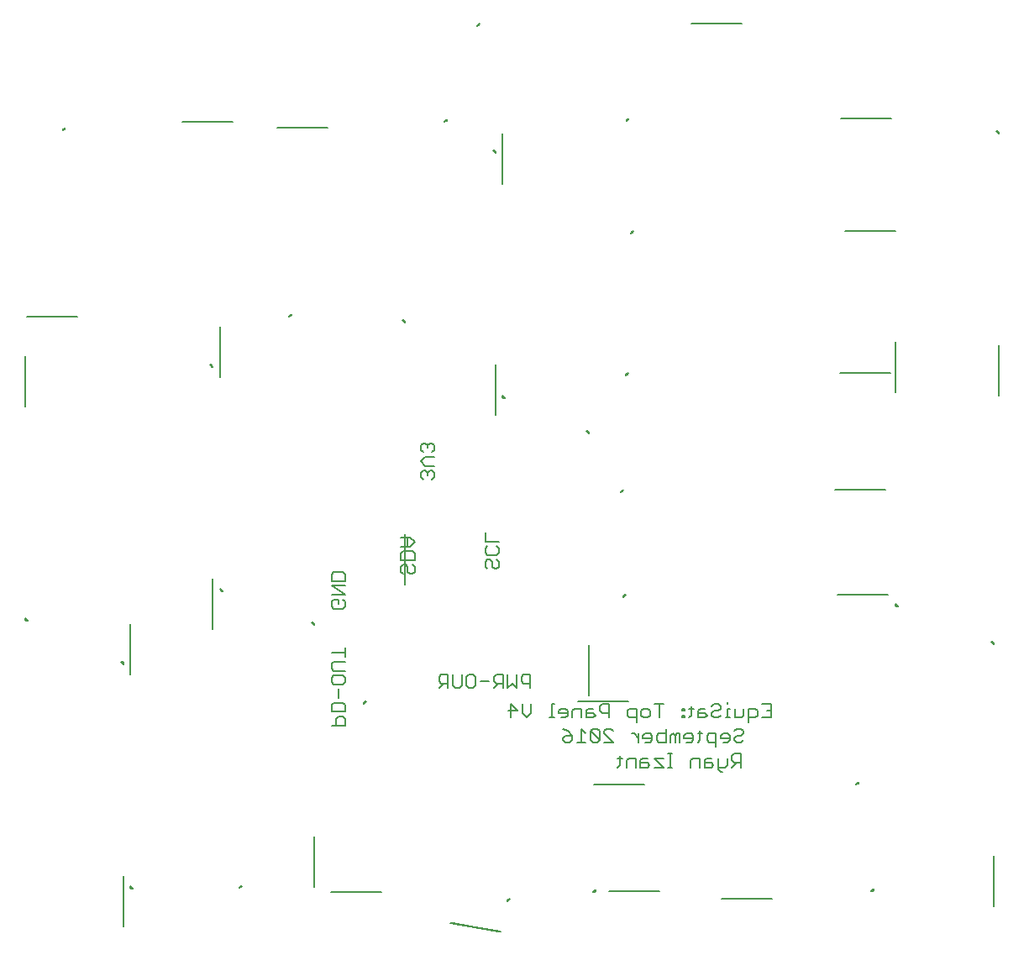
<source format=gbo>
G75*
%MOIN*%
%OFA0B0*%
%FSLAX25Y25*%
%IPPOS*%
%LPD*%
%AMOC8*
5,1,8,0,0,1.08239X$1,22.5*
%
%ADD10C,0.00500*%
D10*
X0104674Y0096367D02*
X0104674Y0116367D01*
X0104674Y0097367D01*
X0104674Y0116367D01*
X0104674Y0096367D01*
X0107935Y0111322D02*
X0107694Y0111422D01*
X0107487Y0111581D01*
X0107328Y0111788D01*
X0107228Y0112029D01*
X0107194Y0112288D01*
X0108194Y0111288D01*
X0107935Y0111322D01*
X0107855Y0111627D02*
X0107452Y0111627D01*
X0107357Y0112125D02*
X0107215Y0112125D01*
X0150485Y0111563D02*
X0151643Y0112374D01*
X0151382Y0112386D01*
X0151127Y0112329D01*
X0150896Y0112209D01*
X0150703Y0112032D01*
X0150563Y0111812D01*
X0150485Y0111563D01*
X0150505Y0111627D02*
X0150575Y0111627D01*
X0150805Y0112125D02*
X0151287Y0112125D01*
X0180265Y0112115D02*
X0180265Y0132115D01*
X0180265Y0113115D01*
X0180265Y0132115D01*
X0180265Y0112115D01*
X0186997Y0109950D02*
X0206997Y0109950D01*
X0187997Y0109950D01*
X0206997Y0109950D01*
X0186997Y0109950D01*
X0234367Y0097788D02*
X0253078Y0094489D01*
X0235352Y0097614D01*
X0234367Y0097788D01*
X0254063Y0094315D01*
X0234367Y0097788D01*
X0237872Y0097170D02*
X0237872Y0097170D01*
X0237872Y0097170D01*
X0240700Y0096671D02*
X0240700Y0096671D01*
X0240700Y0096671D01*
X0243527Y0096173D02*
X0243527Y0096173D01*
X0243527Y0096173D01*
X0246354Y0095674D02*
X0246354Y0095674D01*
X0246354Y0095674D01*
X0249181Y0095176D02*
X0249181Y0095176D01*
X0249181Y0095176D01*
X0252008Y0094677D02*
X0252008Y0094677D01*
X0252008Y0094677D01*
X0256879Y0106430D02*
X0257879Y0107430D01*
X0257620Y0107396D01*
X0257379Y0107296D01*
X0257172Y0107137D01*
X0257013Y0106930D01*
X0256913Y0106689D01*
X0256879Y0106430D01*
X0256907Y0106642D02*
X0257090Y0106642D01*
X0257176Y0107140D02*
X0257589Y0107140D01*
X0290997Y0109950D02*
X0291997Y0110950D01*
X0291963Y0110691D01*
X0291863Y0110450D01*
X0291704Y0110242D01*
X0291497Y0110084D01*
X0291256Y0109984D01*
X0290997Y0109950D01*
X0291178Y0110131D02*
X0291559Y0110131D01*
X0291677Y0110630D02*
X0291937Y0110630D01*
X0297233Y0110343D02*
X0317233Y0110343D01*
X0298233Y0110343D01*
X0317233Y0110343D01*
X0297233Y0110343D01*
X0341879Y0107430D02*
X0360879Y0107430D01*
X0341879Y0107430D01*
X0361879Y0107430D01*
X0341879Y0107430D01*
X0342305Y0157727D02*
X0341403Y0157727D01*
X0340502Y0158629D01*
X0340502Y0163137D01*
X0337769Y0163137D02*
X0335966Y0163137D01*
X0335064Y0162235D01*
X0335064Y0159530D01*
X0337769Y0159530D01*
X0338671Y0160432D01*
X0337769Y0161334D01*
X0335064Y0161334D01*
X0333233Y0163137D02*
X0333233Y0159530D01*
X0329626Y0159530D02*
X0329626Y0162235D01*
X0330528Y0163137D01*
X0333233Y0163137D01*
X0332433Y0169373D02*
X0333335Y0170275D01*
X0333335Y0173881D01*
X0334237Y0172980D02*
X0332433Y0172980D01*
X0330611Y0172078D02*
X0329710Y0172980D01*
X0327906Y0172980D01*
X0327005Y0172078D01*
X0327005Y0171176D01*
X0330611Y0171176D01*
X0330611Y0170275D02*
X0330611Y0172078D01*
X0330611Y0170275D02*
X0329710Y0169373D01*
X0327906Y0169373D01*
X0325174Y0169373D02*
X0325174Y0172980D01*
X0324272Y0172980D01*
X0323370Y0172078D01*
X0322469Y0172980D01*
X0321567Y0172078D01*
X0321567Y0169373D01*
X0323370Y0169373D02*
X0323370Y0172078D01*
X0319736Y0172980D02*
X0317031Y0172980D01*
X0316129Y0172078D01*
X0316129Y0170275D01*
X0317031Y0169373D01*
X0319736Y0169373D01*
X0319736Y0174783D01*
X0317124Y0179215D02*
X0317124Y0184625D01*
X0318927Y0184625D02*
X0315320Y0184625D01*
X0313489Y0181920D02*
X0313489Y0180117D01*
X0312588Y0179215D01*
X0310784Y0179215D01*
X0309883Y0180117D01*
X0309883Y0181920D01*
X0310784Y0182822D01*
X0312588Y0182822D01*
X0313489Y0181920D01*
X0308052Y0182822D02*
X0308052Y0177412D01*
X0308052Y0179215D02*
X0305347Y0179215D01*
X0304445Y0180117D01*
X0304445Y0181920D01*
X0305347Y0182822D01*
X0308052Y0182822D01*
X0304792Y0185776D02*
X0284792Y0185776D01*
X0303792Y0185776D01*
X0284792Y0185776D01*
X0304792Y0185776D01*
X0297176Y0184625D02*
X0297176Y0179215D01*
X0297176Y0181019D02*
X0294471Y0181019D01*
X0293570Y0181920D01*
X0293570Y0183724D01*
X0294471Y0184625D01*
X0297176Y0184625D01*
X0291739Y0180117D02*
X0290837Y0181019D01*
X0288132Y0181019D01*
X0288132Y0181920D02*
X0288132Y0179215D01*
X0290837Y0179215D01*
X0291739Y0180117D01*
X0290837Y0182822D02*
X0289034Y0182822D01*
X0288132Y0181920D01*
X0286301Y0182822D02*
X0283596Y0182822D01*
X0282694Y0181920D01*
X0282694Y0179215D01*
X0280863Y0180117D02*
X0280863Y0181920D01*
X0279961Y0182822D01*
X0278158Y0182822D01*
X0277256Y0181920D01*
X0277256Y0181019D01*
X0280863Y0181019D01*
X0280863Y0180117D02*
X0279961Y0179215D01*
X0278158Y0179215D01*
X0275425Y0179215D02*
X0273622Y0179215D01*
X0274524Y0179215D02*
X0274524Y0184625D01*
X0275425Y0184625D01*
X0266363Y0184625D02*
X0266363Y0181019D01*
X0264559Y0179215D01*
X0262756Y0181019D01*
X0262756Y0184625D01*
X0260925Y0181920D02*
X0258220Y0184625D01*
X0258220Y0179215D01*
X0257318Y0181920D02*
X0260925Y0181920D01*
X0260554Y0191026D02*
X0258751Y0192830D01*
X0256948Y0191026D01*
X0256948Y0196437D01*
X0255117Y0196437D02*
X0252412Y0196437D01*
X0251510Y0195535D01*
X0251510Y0193731D01*
X0252412Y0192830D01*
X0255117Y0192830D01*
X0255117Y0191026D02*
X0255117Y0196437D01*
X0253313Y0192830D02*
X0251510Y0191026D01*
X0249679Y0193731D02*
X0246072Y0193731D01*
X0244241Y0191928D02*
X0244241Y0195535D01*
X0243339Y0196437D01*
X0241536Y0196437D01*
X0240634Y0195535D01*
X0240634Y0191928D01*
X0241536Y0191026D01*
X0243339Y0191026D01*
X0244241Y0191928D01*
X0238803Y0191928D02*
X0238803Y0196437D01*
X0235197Y0196437D02*
X0235197Y0191928D01*
X0236098Y0191026D01*
X0237902Y0191026D01*
X0238803Y0191928D01*
X0233366Y0191026D02*
X0233366Y0196437D01*
X0230661Y0196437D01*
X0229759Y0195535D01*
X0229759Y0193731D01*
X0230661Y0192830D01*
X0233366Y0192830D01*
X0231562Y0192830D02*
X0229759Y0191026D01*
X0200792Y0185776D02*
X0199792Y0184776D01*
X0199826Y0185035D01*
X0199926Y0185276D01*
X0200085Y0185483D01*
X0200292Y0185642D01*
X0200533Y0185742D01*
X0200792Y0185776D01*
X0200422Y0185406D02*
X0200026Y0185406D01*
X0199924Y0184908D02*
X0199809Y0184908D01*
X0192499Y0184259D02*
X0192499Y0181554D01*
X0187089Y0181554D01*
X0187089Y0184259D01*
X0187991Y0185161D01*
X0191598Y0185161D01*
X0192499Y0184259D01*
X0189794Y0186992D02*
X0189794Y0190599D01*
X0187991Y0192430D02*
X0187089Y0193331D01*
X0187089Y0195135D01*
X0187991Y0196036D01*
X0191598Y0196036D01*
X0192499Y0195135D01*
X0192499Y0193331D01*
X0191598Y0192430D01*
X0187991Y0192430D01*
X0187991Y0197867D02*
X0187089Y0198769D01*
X0187089Y0200573D01*
X0187991Y0201474D01*
X0192499Y0201474D01*
X0192499Y0203305D02*
X0192499Y0206912D01*
X0192499Y0205109D02*
X0187089Y0205109D01*
X0187991Y0197867D02*
X0192499Y0197867D01*
X0191598Y0179723D02*
X0189794Y0179723D01*
X0188893Y0178822D01*
X0188893Y0176117D01*
X0187089Y0176117D02*
X0192499Y0176117D01*
X0192499Y0178822D01*
X0191598Y0179723D01*
X0180265Y0216115D02*
X0179265Y0217115D01*
X0179523Y0217081D01*
X0179765Y0216981D01*
X0179972Y0216822D01*
X0180131Y0216615D01*
X0180230Y0216374D01*
X0180265Y0216115D01*
X0180238Y0216314D02*
X0180066Y0216314D01*
X0179979Y0216813D02*
X0179567Y0216813D01*
X0187089Y0223424D02*
X0187089Y0225227D01*
X0187991Y0226129D01*
X0189794Y0226129D01*
X0189794Y0224326D01*
X0187991Y0222522D02*
X0187089Y0223424D01*
X0187991Y0222522D02*
X0191598Y0222522D01*
X0192499Y0223424D01*
X0192499Y0225227D01*
X0191598Y0226129D01*
X0192499Y0227960D02*
X0187089Y0231567D01*
X0192499Y0231567D01*
X0192499Y0233398D02*
X0192499Y0236103D01*
X0191598Y0237005D01*
X0187991Y0237005D01*
X0187089Y0236103D01*
X0187089Y0233398D01*
X0192499Y0233398D01*
X0192499Y0227960D02*
X0187089Y0227960D01*
X0214648Y0237204D02*
X0215550Y0236302D01*
X0214648Y0237204D02*
X0214648Y0239007D01*
X0215550Y0239909D01*
X0216452Y0239909D01*
X0217353Y0239007D01*
X0217353Y0237204D01*
X0218255Y0236302D01*
X0219157Y0236302D01*
X0220059Y0237204D01*
X0220059Y0239007D01*
X0219157Y0239909D01*
X0220059Y0241740D02*
X0220059Y0244445D01*
X0219157Y0245346D01*
X0215550Y0245346D01*
X0214648Y0244445D01*
X0214648Y0241740D01*
X0220059Y0241740D01*
X0218255Y0247177D02*
X0220059Y0248981D01*
X0218255Y0250784D01*
X0214648Y0250784D01*
X0216091Y0252194D02*
X0216091Y0233194D01*
X0216091Y0252194D01*
X0216091Y0232194D01*
X0216091Y0252194D01*
X0217353Y0250784D02*
X0217353Y0247177D01*
X0218255Y0247177D02*
X0214648Y0247177D01*
X0223424Y0273704D02*
X0222522Y0274605D01*
X0222522Y0276409D01*
X0223424Y0277310D01*
X0224326Y0277310D01*
X0225227Y0276409D01*
X0225227Y0275507D01*
X0225227Y0276409D02*
X0226129Y0277310D01*
X0227031Y0277310D01*
X0227933Y0276409D01*
X0227933Y0274605D01*
X0227031Y0273704D01*
X0227933Y0279141D02*
X0224326Y0279141D01*
X0222522Y0280945D01*
X0224326Y0282748D01*
X0227933Y0282748D01*
X0227031Y0284579D02*
X0227933Y0285481D01*
X0227933Y0287284D01*
X0227031Y0288186D01*
X0226129Y0288186D01*
X0225227Y0287284D01*
X0224326Y0288186D01*
X0223424Y0288186D01*
X0222522Y0287284D01*
X0222522Y0285481D01*
X0223424Y0284579D01*
X0225227Y0286382D02*
X0225227Y0287284D01*
X0252312Y0299359D02*
X0252312Y0319359D01*
X0252312Y0300359D01*
X0252312Y0319359D01*
X0252312Y0299359D01*
X0255331Y0306147D02*
X0255124Y0306305D01*
X0254965Y0306513D01*
X0254866Y0306754D01*
X0254831Y0307013D01*
X0255831Y0306013D01*
X0255573Y0306047D01*
X0255331Y0306147D01*
X0255577Y0306046D02*
X0255798Y0306046D01*
X0255300Y0306545D02*
X0254952Y0306545D01*
X0288202Y0293139D02*
X0289202Y0292139D01*
X0289167Y0292397D01*
X0289068Y0292639D01*
X0288909Y0292846D01*
X0288702Y0293005D01*
X0288460Y0293105D01*
X0288202Y0293139D01*
X0288255Y0293085D02*
X0288508Y0293085D01*
X0288754Y0292586D02*
X0289089Y0292586D01*
X0303965Y0315091D02*
X0304965Y0316091D01*
X0304707Y0316057D01*
X0304465Y0315957D01*
X0304258Y0315798D01*
X0304099Y0315591D01*
X0303999Y0315350D01*
X0303965Y0315091D01*
X0304069Y0315518D02*
X0304392Y0315518D01*
X0304608Y0316016D02*
X0304890Y0316016D01*
X0302997Y0269635D02*
X0301997Y0268635D01*
X0302031Y0268893D01*
X0302131Y0269135D01*
X0302290Y0269342D01*
X0302497Y0269501D01*
X0302738Y0269601D01*
X0302997Y0269635D01*
X0302518Y0269156D02*
X0302147Y0269156D01*
X0302020Y0268658D02*
X0302000Y0268658D01*
X0303981Y0228178D02*
X0302981Y0227178D01*
X0303015Y0227437D01*
X0303115Y0227678D01*
X0303274Y0227885D01*
X0303481Y0228044D01*
X0303722Y0228144D01*
X0303981Y0228178D01*
X0303583Y0227780D02*
X0303193Y0227780D01*
X0303084Y0227281D02*
X0302995Y0227281D01*
X0289202Y0208139D02*
X0289202Y0189139D01*
X0289202Y0208139D01*
X0289202Y0188139D01*
X0289202Y0208139D01*
X0265992Y0196437D02*
X0265992Y0191026D01*
X0265992Y0192830D02*
X0263287Y0192830D01*
X0262385Y0193731D01*
X0262385Y0195535D01*
X0263287Y0196437D01*
X0265992Y0196437D01*
X0260554Y0196437D02*
X0260554Y0191026D01*
X0278972Y0174783D02*
X0280775Y0173881D01*
X0282578Y0172078D01*
X0279873Y0172078D01*
X0278972Y0171176D01*
X0278972Y0170275D01*
X0279873Y0169373D01*
X0281677Y0169373D01*
X0282578Y0170275D01*
X0282578Y0172078D01*
X0284409Y0169373D02*
X0288016Y0169373D01*
X0286213Y0169373D02*
X0286213Y0174783D01*
X0288016Y0172980D01*
X0289847Y0173881D02*
X0289847Y0170275D01*
X0290749Y0169373D01*
X0292552Y0169373D01*
X0293454Y0170275D01*
X0289847Y0173881D01*
X0290749Y0174783D01*
X0292552Y0174783D01*
X0293454Y0173881D01*
X0293454Y0170275D01*
X0295285Y0169373D02*
X0298892Y0169373D01*
X0295285Y0172980D01*
X0295285Y0173881D01*
X0296186Y0174783D01*
X0297990Y0174783D01*
X0298892Y0173881D01*
X0306156Y0172980D02*
X0307057Y0172980D01*
X0308861Y0171176D01*
X0308861Y0169373D02*
X0308861Y0172980D01*
X0310692Y0172078D02*
X0310692Y0171176D01*
X0314298Y0171176D01*
X0314298Y0170275D02*
X0314298Y0172078D01*
X0313397Y0172980D01*
X0311593Y0172980D01*
X0310692Y0172078D01*
X0311593Y0169373D02*
X0313397Y0169373D01*
X0314298Y0170275D01*
X0315126Y0163137D02*
X0318732Y0159530D01*
X0315126Y0159530D01*
X0313295Y0160432D02*
X0312393Y0161334D01*
X0309688Y0161334D01*
X0309688Y0162235D02*
X0309688Y0159530D01*
X0312393Y0159530D01*
X0313295Y0160432D01*
X0312393Y0163137D02*
X0310590Y0163137D01*
X0309688Y0162235D01*
X0307857Y0163137D02*
X0305152Y0163137D01*
X0304250Y0162235D01*
X0304250Y0159530D01*
X0301518Y0160432D02*
X0301518Y0164039D01*
X0302419Y0163137D02*
X0300616Y0163137D01*
X0301518Y0160432D02*
X0300616Y0159530D01*
X0307857Y0159530D02*
X0307857Y0163137D01*
X0315126Y0163137D02*
X0318732Y0163137D01*
X0320554Y0164940D02*
X0322358Y0164940D01*
X0321456Y0164940D02*
X0321456Y0159530D01*
X0322358Y0159530D02*
X0320554Y0159530D01*
X0311328Y0152863D02*
X0292328Y0152863D01*
X0311328Y0152863D01*
X0291328Y0152863D01*
X0311328Y0152863D01*
X0336068Y0170275D02*
X0336969Y0169373D01*
X0339674Y0169373D01*
X0339674Y0167569D02*
X0339674Y0172980D01*
X0336969Y0172980D01*
X0336068Y0172078D01*
X0336068Y0170275D01*
X0341505Y0171176D02*
X0345112Y0171176D01*
X0345112Y0170275D02*
X0345112Y0172078D01*
X0344210Y0172980D01*
X0342407Y0172980D01*
X0341505Y0172078D01*
X0341505Y0171176D01*
X0342407Y0169373D02*
X0344210Y0169373D01*
X0345112Y0170275D01*
X0346943Y0170275D02*
X0347845Y0169373D01*
X0349648Y0169373D01*
X0350550Y0170275D01*
X0349648Y0172078D02*
X0347845Y0172078D01*
X0346943Y0171176D01*
X0346943Y0170275D01*
X0349648Y0172078D02*
X0350550Y0172980D01*
X0350550Y0173881D01*
X0349648Y0174783D01*
X0347845Y0174783D01*
X0346943Y0173881D01*
X0347040Y0179215D02*
X0347040Y0182822D01*
X0345209Y0182822D02*
X0344308Y0182822D01*
X0344308Y0179215D01*
X0345209Y0179215D02*
X0343406Y0179215D01*
X0341584Y0180117D02*
X0340683Y0179215D01*
X0338879Y0179215D01*
X0337977Y0180117D01*
X0337977Y0181019D01*
X0338879Y0181920D01*
X0340683Y0181920D01*
X0341584Y0182822D01*
X0341584Y0183724D01*
X0340683Y0184625D01*
X0338879Y0184625D01*
X0337977Y0183724D01*
X0335245Y0182822D02*
X0333441Y0182822D01*
X0332540Y0181920D01*
X0332540Y0179215D01*
X0335245Y0179215D01*
X0336147Y0180117D01*
X0335245Y0181019D01*
X0332540Y0181019D01*
X0330709Y0182822D02*
X0328905Y0182822D01*
X0329807Y0183724D02*
X0329807Y0180117D01*
X0328905Y0179215D01*
X0327084Y0179215D02*
X0327084Y0180117D01*
X0326182Y0180117D01*
X0326182Y0179215D01*
X0327084Y0179215D01*
X0327084Y0181920D02*
X0327084Y0182822D01*
X0326182Y0182822D01*
X0326182Y0181920D01*
X0327084Y0181920D01*
X0344308Y0184625D02*
X0344308Y0185527D01*
X0347040Y0179215D02*
X0349745Y0179215D01*
X0350647Y0180117D01*
X0350647Y0182822D01*
X0352478Y0182822D02*
X0355183Y0182822D01*
X0356085Y0181920D01*
X0356085Y0180117D01*
X0355183Y0179215D01*
X0352478Y0179215D01*
X0352478Y0177412D02*
X0352478Y0182822D01*
X0357916Y0184625D02*
X0361523Y0184625D01*
X0361523Y0179215D01*
X0357916Y0179215D01*
X0359719Y0181920D02*
X0361523Y0181920D01*
X0349546Y0164940D02*
X0346841Y0164940D01*
X0345939Y0164039D01*
X0345939Y0162235D01*
X0346841Y0161334D01*
X0349546Y0161334D01*
X0347743Y0161334D02*
X0345939Y0159530D01*
X0344108Y0160432D02*
X0343207Y0159530D01*
X0340502Y0159530D01*
X0344108Y0160432D02*
X0344108Y0163137D01*
X0349546Y0164940D02*
X0349546Y0159530D01*
X0395328Y0152863D02*
X0396328Y0153863D01*
X0396293Y0153604D01*
X0396194Y0153363D01*
X0396035Y0153156D01*
X0395828Y0152997D01*
X0395586Y0152897D01*
X0395328Y0152863D01*
X0395468Y0153003D02*
X0395836Y0153003D01*
X0395966Y0153502D02*
X0396251Y0153502D01*
X0402233Y0111343D02*
X0401233Y0110343D01*
X0401492Y0110377D01*
X0401733Y0110477D01*
X0401940Y0110636D01*
X0402099Y0110843D01*
X0402199Y0111084D01*
X0402233Y0111343D01*
X0402205Y0111128D02*
X0402018Y0111128D01*
X0401932Y0110630D02*
X0401519Y0110630D01*
X0449950Y0105320D02*
X0449950Y0124320D01*
X0449950Y0104320D01*
X0449950Y0124320D01*
X0449950Y0105320D01*
X0449950Y0208320D02*
X0448950Y0209320D01*
X0449208Y0209286D01*
X0449450Y0209186D01*
X0449657Y0209027D01*
X0449816Y0208820D01*
X0449916Y0208579D01*
X0449950Y0208320D01*
X0449947Y0208338D02*
X0449931Y0208338D01*
X0449803Y0208836D02*
X0449433Y0208836D01*
X0411737Y0223335D02*
X0410737Y0224335D01*
X0410771Y0224077D01*
X0410871Y0223835D01*
X0411030Y0223628D01*
X0411237Y0223469D01*
X0411478Y0223370D01*
X0411737Y0223335D01*
X0411281Y0223792D02*
X0410905Y0223792D01*
X0410782Y0224290D02*
X0410743Y0224290D01*
X0407981Y0228178D02*
X0387981Y0228178D01*
X0406981Y0228178D01*
X0387981Y0228178D01*
X0407981Y0228178D01*
X0406997Y0269635D02*
X0386997Y0269635D01*
X0405997Y0269635D01*
X0386997Y0269635D01*
X0406997Y0269635D01*
X0410737Y0308335D02*
X0410737Y0327335D01*
X0410737Y0308335D01*
X0410737Y0328335D01*
X0410737Y0308335D01*
X0408965Y0316091D02*
X0388965Y0316091D01*
X0407965Y0316091D01*
X0388965Y0316091D01*
X0408965Y0316091D01*
X0451918Y0308154D02*
X0451918Y0327154D01*
X0451918Y0307154D01*
X0451918Y0327154D01*
X0451918Y0308154D01*
X0411013Y0372391D02*
X0391013Y0372391D01*
X0410013Y0372391D01*
X0391013Y0372391D01*
X0411013Y0372391D01*
X0450918Y0412154D02*
X0451918Y0411154D01*
X0451884Y0411413D01*
X0451784Y0411654D01*
X0451625Y0411861D01*
X0451418Y0412020D01*
X0451177Y0412120D01*
X0450918Y0412154D01*
X0451342Y0411730D02*
X0451726Y0411730D01*
X0451840Y0411232D02*
X0451908Y0411232D01*
X0409044Y0416879D02*
X0389044Y0416879D01*
X0408044Y0416879D01*
X0389044Y0416879D01*
X0409044Y0416879D01*
X0349989Y0454674D02*
X0329989Y0454674D01*
X0348989Y0454674D01*
X0329989Y0454674D01*
X0349989Y0454674D01*
X0305044Y0416879D02*
X0304044Y0415879D01*
X0304078Y0416138D01*
X0304178Y0416379D01*
X0304337Y0416586D01*
X0304544Y0416745D01*
X0304785Y0416845D01*
X0305044Y0416879D01*
X0304881Y0416716D02*
X0304506Y0416716D01*
X0304382Y0416217D02*
X0304111Y0416217D01*
X0307013Y0372391D02*
X0306013Y0371391D01*
X0306047Y0371649D01*
X0306147Y0371891D01*
X0306305Y0372098D01*
X0306513Y0372257D01*
X0306754Y0372356D01*
X0307013Y0372391D01*
X0306970Y0372348D02*
X0306733Y0372348D01*
X0306472Y0371850D02*
X0306130Y0371850D01*
X0254831Y0391013D02*
X0254831Y0410013D01*
X0254831Y0391013D01*
X0254831Y0411013D01*
X0254831Y0391013D01*
X0252312Y0403359D02*
X0251312Y0404359D01*
X0251571Y0404325D01*
X0251812Y0404225D01*
X0252019Y0404066D01*
X0252178Y0403859D01*
X0252278Y0403618D01*
X0252312Y0403359D01*
X0252221Y0403754D02*
X0251917Y0403754D01*
X0251745Y0404253D02*
X0251418Y0404253D01*
X0232887Y0416355D02*
X0232728Y0416148D01*
X0232520Y0415989D01*
X0232279Y0415889D01*
X0232020Y0415855D01*
X0233020Y0416855D01*
X0232986Y0416596D01*
X0232887Y0416355D01*
X0232781Y0416217D02*
X0232382Y0416217D01*
X0232881Y0416716D02*
X0233002Y0416716D01*
X0244989Y0453674D02*
X0245989Y0454674D01*
X0245730Y0454640D01*
X0245489Y0454540D01*
X0245282Y0454381D01*
X0245123Y0454174D01*
X0245023Y0453933D01*
X0244989Y0453674D01*
X0245094Y0454104D02*
X0245419Y0454104D01*
X0245640Y0454602D02*
X0245917Y0454602D01*
X0185540Y0413217D02*
X0165540Y0413217D01*
X0184540Y0413217D01*
X0165540Y0413217D01*
X0185540Y0413217D01*
X0148020Y0415855D02*
X0129020Y0415855D01*
X0148020Y0415855D01*
X0128020Y0415855D01*
X0148020Y0415855D01*
X0081540Y0413217D02*
X0080540Y0412217D01*
X0080574Y0412476D01*
X0080674Y0412717D01*
X0080833Y0412924D01*
X0081040Y0413083D01*
X0081281Y0413183D01*
X0081540Y0413217D01*
X0081050Y0412727D02*
X0080682Y0412727D01*
X0080552Y0412229D02*
X0080542Y0412229D01*
X0086091Y0338414D02*
X0067091Y0338414D01*
X0086091Y0338414D01*
X0066091Y0338414D01*
X0086091Y0338414D01*
X0065461Y0322587D02*
X0065461Y0302587D01*
X0065461Y0321587D01*
X0065461Y0302587D01*
X0065461Y0322587D01*
X0138713Y0319477D02*
X0139713Y0318477D01*
X0139679Y0318736D01*
X0139579Y0318977D01*
X0139420Y0319184D01*
X0139213Y0319343D01*
X0138972Y0319443D01*
X0138713Y0319477D01*
X0139183Y0319007D02*
X0139556Y0319007D01*
X0139682Y0318509D02*
X0139709Y0318509D01*
X0143020Y0314320D02*
X0143020Y0333320D01*
X0143020Y0314320D01*
X0143020Y0334320D01*
X0143020Y0314320D01*
X0170091Y0338414D02*
X0171091Y0339414D01*
X0171057Y0339155D01*
X0170957Y0338914D01*
X0170798Y0338707D01*
X0170591Y0338548D01*
X0170350Y0338448D01*
X0170091Y0338414D01*
X0170126Y0338449D02*
X0170353Y0338449D01*
X0170625Y0338948D02*
X0170971Y0338948D01*
X0215091Y0337194D02*
X0216091Y0336194D01*
X0216057Y0336453D01*
X0215957Y0336694D01*
X0215798Y0336901D01*
X0215591Y0337060D01*
X0215350Y0337160D01*
X0215091Y0337194D01*
X0215331Y0336954D02*
X0215729Y0336954D01*
X0215830Y0336455D02*
X0216056Y0336455D01*
X0248113Y0252753D02*
X0248113Y0249146D01*
X0253523Y0249146D01*
X0252621Y0247315D02*
X0253523Y0246413D01*
X0253523Y0244610D01*
X0252621Y0243708D01*
X0249015Y0243708D01*
X0248113Y0244610D01*
X0248113Y0246413D01*
X0249015Y0247315D01*
X0249015Y0241877D02*
X0248113Y0240976D01*
X0248113Y0239172D01*
X0249015Y0238270D01*
X0250818Y0239172D02*
X0250818Y0240976D01*
X0249916Y0241877D01*
X0249015Y0241877D01*
X0250818Y0239172D02*
X0251720Y0238270D01*
X0252621Y0238270D01*
X0253523Y0239172D01*
X0253523Y0240976D01*
X0252621Y0241877D01*
X0286301Y0182822D02*
X0286301Y0179215D01*
X0144020Y0229320D02*
X0143020Y0230320D01*
X0143055Y0230061D01*
X0143154Y0229820D01*
X0143313Y0229613D01*
X0143520Y0229454D01*
X0143762Y0229354D01*
X0144020Y0229320D01*
X0143566Y0229774D02*
X0143190Y0229774D01*
X0143068Y0230272D02*
X0143027Y0230272D01*
X0139713Y0234477D02*
X0139713Y0215477D01*
X0139713Y0234477D01*
X0139713Y0214477D01*
X0139713Y0234477D01*
X0107194Y0216288D02*
X0107194Y0196288D01*
X0107194Y0215288D01*
X0107194Y0196288D01*
X0107194Y0216288D01*
X0103933Y0201333D02*
X0104174Y0201233D01*
X0104381Y0201074D01*
X0104540Y0200867D01*
X0104640Y0200626D01*
X0104674Y0200367D01*
X0103674Y0201367D01*
X0103933Y0201333D01*
X0103737Y0201359D02*
X0103682Y0201359D01*
X0104181Y0200860D02*
X0104543Y0200860D01*
X0066461Y0217587D02*
X0065461Y0218587D01*
X0065495Y0218329D01*
X0065595Y0218087D01*
X0065754Y0217880D01*
X0065961Y0217721D01*
X0066203Y0217621D01*
X0066461Y0217587D01*
X0066239Y0217810D02*
X0065846Y0217810D01*
X0065741Y0218308D02*
X0065504Y0218308D01*
M02*

</source>
